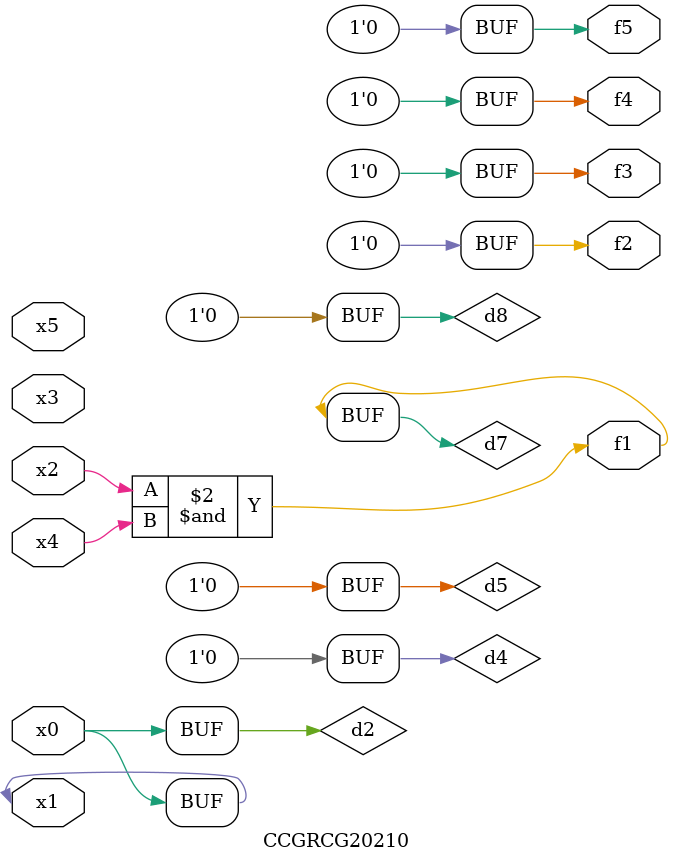
<source format=v>
module CCGRCG20210(
	input x0, x1, x2, x3, x4, x5,
	output f1, f2, f3, f4, f5
);

	wire d1, d2, d3, d4, d5, d6, d7, d8, d9;

	nand (d1, x1);
	buf (d2, x0, x1);
	nand (d3, x2, x4);
	and (d4, d1, d2);
	and (d5, d1, d2);
	nand (d6, d1, d3);
	not (d7, d3);
	xor (d8, d5);
	nor (d9, d5, d6);
	assign f1 = d7;
	assign f2 = d8;
	assign f3 = d8;
	assign f4 = d8;
	assign f5 = d8;
endmodule

</source>
